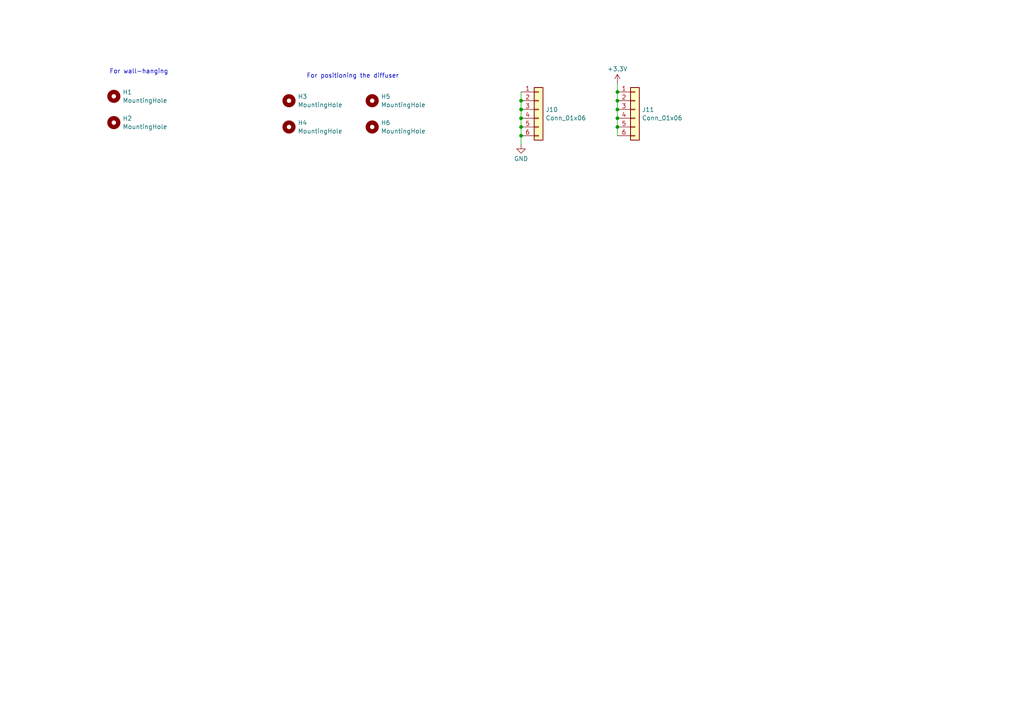
<source format=kicad_sch>
(kicad_sch (version 20230121) (generator eeschema)

  (uuid 51d9e712-9099-4cbf-b7bf-1a073a1a5bb1)

  (paper "A4")

  (lib_symbols
    (symbol "Connector_Generic:Conn_01x06" (pin_names (offset 1.016) hide) (in_bom yes) (on_board yes)
      (property "Reference" "J" (at 0 7.62 0)
        (effects (font (size 1.27 1.27)))
      )
      (property "Value" "Conn_01x06" (at 0 -10.16 0)
        (effects (font (size 1.27 1.27)))
      )
      (property "Footprint" "" (at 0 0 0)
        (effects (font (size 1.27 1.27)) hide)
      )
      (property "Datasheet" "~" (at 0 0 0)
        (effects (font (size 1.27 1.27)) hide)
      )
      (property "ki_keywords" "connector" (at 0 0 0)
        (effects (font (size 1.27 1.27)) hide)
      )
      (property "ki_description" "Generic connector, single row, 01x06, script generated (kicad-library-utils/schlib/autogen/connector/)" (at 0 0 0)
        (effects (font (size 1.27 1.27)) hide)
      )
      (property "ki_fp_filters" "Connector*:*_1x??_*" (at 0 0 0)
        (effects (font (size 1.27 1.27)) hide)
      )
      (symbol "Conn_01x06_1_1"
        (rectangle (start -1.27 -7.493) (end 0 -7.747)
          (stroke (width 0.1524) (type default))
          (fill (type none))
        )
        (rectangle (start -1.27 -4.953) (end 0 -5.207)
          (stroke (width 0.1524) (type default))
          (fill (type none))
        )
        (rectangle (start -1.27 -2.413) (end 0 -2.667)
          (stroke (width 0.1524) (type default))
          (fill (type none))
        )
        (rectangle (start -1.27 0.127) (end 0 -0.127)
          (stroke (width 0.1524) (type default))
          (fill (type none))
        )
        (rectangle (start -1.27 2.667) (end 0 2.413)
          (stroke (width 0.1524) (type default))
          (fill (type none))
        )
        (rectangle (start -1.27 5.207) (end 0 4.953)
          (stroke (width 0.1524) (type default))
          (fill (type none))
        )
        (rectangle (start -1.27 6.35) (end 1.27 -8.89)
          (stroke (width 0.254) (type default))
          (fill (type background))
        )
        (pin passive line (at -5.08 5.08 0) (length 3.81)
          (name "Pin_1" (effects (font (size 1.27 1.27))))
          (number "1" (effects (font (size 1.27 1.27))))
        )
        (pin passive line (at -5.08 2.54 0) (length 3.81)
          (name "Pin_2" (effects (font (size 1.27 1.27))))
          (number "2" (effects (font (size 1.27 1.27))))
        )
        (pin passive line (at -5.08 0 0) (length 3.81)
          (name "Pin_3" (effects (font (size 1.27 1.27))))
          (number "3" (effects (font (size 1.27 1.27))))
        )
        (pin passive line (at -5.08 -2.54 0) (length 3.81)
          (name "Pin_4" (effects (font (size 1.27 1.27))))
          (number "4" (effects (font (size 1.27 1.27))))
        )
        (pin passive line (at -5.08 -5.08 0) (length 3.81)
          (name "Pin_5" (effects (font (size 1.27 1.27))))
          (number "5" (effects (font (size 1.27 1.27))))
        )
        (pin passive line (at -5.08 -7.62 0) (length 3.81)
          (name "Pin_6" (effects (font (size 1.27 1.27))))
          (number "6" (effects (font (size 1.27 1.27))))
        )
      )
    )
    (symbol "Mechanical:MountingHole" (pin_names (offset 1.016)) (in_bom yes) (on_board yes)
      (property "Reference" "H" (at 0 5.08 0)
        (effects (font (size 1.27 1.27)))
      )
      (property "Value" "MountingHole" (at 0 3.175 0)
        (effects (font (size 1.27 1.27)))
      )
      (property "Footprint" "" (at 0 0 0)
        (effects (font (size 1.27 1.27)) hide)
      )
      (property "Datasheet" "~" (at 0 0 0)
        (effects (font (size 1.27 1.27)) hide)
      )
      (property "ki_keywords" "mounting hole" (at 0 0 0)
        (effects (font (size 1.27 1.27)) hide)
      )
      (property "ki_description" "Mounting Hole without connection" (at 0 0 0)
        (effects (font (size 1.27 1.27)) hide)
      )
      (property "ki_fp_filters" "MountingHole*" (at 0 0 0)
        (effects (font (size 1.27 1.27)) hide)
      )
      (symbol "MountingHole_0_1"
        (circle (center 0 0) (radius 1.27)
          (stroke (width 1.27) (type default))
          (fill (type none))
        )
      )
    )
    (symbol "power:+3.3V" (power) (pin_names (offset 0)) (in_bom yes) (on_board yes)
      (property "Reference" "#PWR" (at 0 -3.81 0)
        (effects (font (size 1.27 1.27)) hide)
      )
      (property "Value" "+3.3V" (at 0 3.556 0)
        (effects (font (size 1.27 1.27)))
      )
      (property "Footprint" "" (at 0 0 0)
        (effects (font (size 1.27 1.27)) hide)
      )
      (property "Datasheet" "" (at 0 0 0)
        (effects (font (size 1.27 1.27)) hide)
      )
      (property "ki_keywords" "global power" (at 0 0 0)
        (effects (font (size 1.27 1.27)) hide)
      )
      (property "ki_description" "Power symbol creates a global label with name \"+3.3V\"" (at 0 0 0)
        (effects (font (size 1.27 1.27)) hide)
      )
      (symbol "+3.3V_0_1"
        (polyline
          (pts
            (xy -0.762 1.27)
            (xy 0 2.54)
          )
          (stroke (width 0) (type default))
          (fill (type none))
        )
        (polyline
          (pts
            (xy 0 0)
            (xy 0 2.54)
          )
          (stroke (width 0) (type default))
          (fill (type none))
        )
        (polyline
          (pts
            (xy 0 2.54)
            (xy 0.762 1.27)
          )
          (stroke (width 0) (type default))
          (fill (type none))
        )
      )
      (symbol "+3.3V_1_1"
        (pin power_in line (at 0 0 90) (length 0) hide
          (name "+3.3V" (effects (font (size 1.27 1.27))))
          (number "1" (effects (font (size 1.27 1.27))))
        )
      )
    )
    (symbol "power:GND" (power) (pin_names (offset 0)) (in_bom yes) (on_board yes)
      (property "Reference" "#PWR" (at 0 -6.35 0)
        (effects (font (size 1.27 1.27)) hide)
      )
      (property "Value" "GND" (at 0 -3.81 0)
        (effects (font (size 1.27 1.27)))
      )
      (property "Footprint" "" (at 0 0 0)
        (effects (font (size 1.27 1.27)) hide)
      )
      (property "Datasheet" "" (at 0 0 0)
        (effects (font (size 1.27 1.27)) hide)
      )
      (property "ki_keywords" "global power" (at 0 0 0)
        (effects (font (size 1.27 1.27)) hide)
      )
      (property "ki_description" "Power symbol creates a global label with name \"GND\" , ground" (at 0 0 0)
        (effects (font (size 1.27 1.27)) hide)
      )
      (symbol "GND_0_1"
        (polyline
          (pts
            (xy 0 0)
            (xy 0 -1.27)
            (xy 1.27 -1.27)
            (xy 0 -2.54)
            (xy -1.27 -1.27)
            (xy 0 -1.27)
          )
          (stroke (width 0) (type default))
          (fill (type none))
        )
      )
      (symbol "GND_1_1"
        (pin power_in line (at 0 0 270) (length 0) hide
          (name "GND" (effects (font (size 1.27 1.27))))
          (number "1" (effects (font (size 1.27 1.27))))
        )
      )
    )
  )

  (junction (at 151.13 29.21) (diameter 0) (color 0 0 0 0)
    (uuid 08e661b2-0bdf-4bce-a3ab-467c69dae013)
  )
  (junction (at 179.07 29.21) (diameter 0) (color 0 0 0 0)
    (uuid 45ebb9c9-7ea8-4017-8867-4c49801ee4bb)
  )
  (junction (at 151.13 36.83) (diameter 0) (color 0 0 0 0)
    (uuid 9874b6f6-8dfa-4802-8281-029f6a625953)
  )
  (junction (at 179.07 31.75) (diameter 0) (color 0 0 0 0)
    (uuid 9b9e17ff-1821-4e0b-9ee4-79b574a45e4f)
  )
  (junction (at 151.13 34.29) (diameter 0) (color 0 0 0 0)
    (uuid ab019677-15d0-4594-8252-57f00deb6ed1)
  )
  (junction (at 151.13 31.75) (diameter 0) (color 0 0 0 0)
    (uuid ac12ab41-f78b-4521-a35e-083ea9a263cf)
  )
  (junction (at 179.07 34.29) (diameter 0) (color 0 0 0 0)
    (uuid b06e1dae-ed39-40d8-8395-dc88483b3825)
  )
  (junction (at 179.07 26.67) (diameter 0) (color 0 0 0 0)
    (uuid b616026d-cabe-4c63-9898-1240cd7a9208)
  )
  (junction (at 179.07 36.83) (diameter 0) (color 0 0 0 0)
    (uuid ecb9d626-8e87-41d4-a27b-67361bdbda3c)
  )
  (junction (at 151.13 39.37) (diameter 0) (color 0 0 0 0)
    (uuid feca4cdb-f7be-41cb-8e30-4e8990c54c4f)
  )

  (wire (pts (xy 151.13 26.67) (xy 151.13 29.21))
    (stroke (width 0) (type default))
    (uuid 0be486e3-1f51-47b6-b1a1-6f5d80edc93d)
  )
  (wire (pts (xy 179.07 36.83) (xy 179.07 39.37))
    (stroke (width 0) (type default))
    (uuid 27cf38ca-2545-4536-8038-6e9f8c63ba87)
  )
  (wire (pts (xy 179.07 24.13) (xy 179.07 26.67))
    (stroke (width 0) (type default))
    (uuid 32442a5f-f466-48ab-8322-f030bfed8563)
  )
  (wire (pts (xy 151.13 39.37) (xy 151.13 41.91))
    (stroke (width 0) (type default))
    (uuid 537b9267-8ebd-4590-9b9f-0642f3fe6353)
  )
  (wire (pts (xy 179.07 31.75) (xy 179.07 34.29))
    (stroke (width 0) (type default))
    (uuid 56746171-96d4-41bd-a60f-5232011e3138)
  )
  (wire (pts (xy 151.13 29.21) (xy 151.13 31.75))
    (stroke (width 0) (type default))
    (uuid 5899ae92-fb7e-455c-b3e0-2e23f39bc2d6)
  )
  (wire (pts (xy 151.13 34.29) (xy 151.13 36.83))
    (stroke (width 0) (type default))
    (uuid 7c124da3-6a47-4a62-8062-90e9cbc3e1a2)
  )
  (wire (pts (xy 151.13 36.83) (xy 151.13 39.37))
    (stroke (width 0) (type default))
    (uuid 800b469c-806b-4e36-9b27-1e8235f2c35b)
  )
  (wire (pts (xy 179.07 34.29) (xy 179.07 36.83))
    (stroke (width 0) (type default))
    (uuid 86996ee7-af0a-4bc0-950a-83ca99a1915a)
  )
  (wire (pts (xy 151.13 31.75) (xy 151.13 34.29))
    (stroke (width 0) (type default))
    (uuid cd65a8e6-c248-4fb7-af21-048df44e102e)
  )
  (wire (pts (xy 179.07 29.21) (xy 179.07 31.75))
    (stroke (width 0) (type default))
    (uuid d297308b-f408-4a5b-8166-3e6d88eac4f3)
  )
  (wire (pts (xy 179.07 26.67) (xy 179.07 29.21))
    (stroke (width 0) (type default))
    (uuid e0488709-043e-4631-9dc0-e5c3f3708000)
  )

  (text "For positioning the diffuser\n" (at 88.9 22.86 0)
    (effects (font (size 1.27 1.27)) (justify left bottom))
    (uuid 4f66b593-a7e6-490b-b065-27eaed667f93)
  )
  (text "For wall-hanging" (at 31.75 21.59 0)
    (effects (font (size 1.27 1.27)) (justify left bottom))
    (uuid d0e68155-5362-4616-9d17-4c970482aba0)
  )

  (symbol (lib_id "Mechanical:MountingHole") (at 107.95 29.21 0) (unit 1)
    (in_bom yes) (on_board yes) (dnp no) (fields_autoplaced)
    (uuid 137ca84d-a9c5-47e4-9ebb-927220113208)
    (property "Reference" "H5" (at 110.49 27.9979 0)
      (effects (font (size 1.27 1.27)) (justify left))
    )
    (property "Value" "MountingHole" (at 110.49 30.4221 0)
      (effects (font (size 1.27 1.27)) (justify left))
    )
    (property "Footprint" "MountingHole:MountingHole_2.2mm_M2" (at 107.95 29.21 0)
      (effects (font (size 1.27 1.27)) hide)
    )
    (property "Datasheet" "~" (at 107.95 29.21 0)
      (effects (font (size 1.27 1.27)) hide)
    )
    (instances
      (project "rp2040_audio_spectrum"
        (path "/9ad08cdb-1e36-4d28-af67-b931429b3e7d/b40ec986-0657-4cce-b5ab-4eb71f109820"
          (reference "H5") (unit 1)
        )
      )
    )
  )

  (symbol (lib_id "Mechanical:MountingHole") (at 83.82 36.83 0) (unit 1)
    (in_bom yes) (on_board yes) (dnp no) (fields_autoplaced)
    (uuid 2ce2bf62-01b0-4748-bfd6-accc4751a7a0)
    (property "Reference" "H4" (at 86.36 35.6179 0)
      (effects (font (size 1.27 1.27)) (justify left))
    )
    (property "Value" "MountingHole" (at 86.36 38.0421 0)
      (effects (font (size 1.27 1.27)) (justify left))
    )
    (property "Footprint" "MountingHole:MountingHole_2.2mm_M2" (at 83.82 36.83 0)
      (effects (font (size 1.27 1.27)) hide)
    )
    (property "Datasheet" "~" (at 83.82 36.83 0)
      (effects (font (size 1.27 1.27)) hide)
    )
    (instances
      (project "rp2040_audio_spectrum"
        (path "/9ad08cdb-1e36-4d28-af67-b931429b3e7d/b40ec986-0657-4cce-b5ab-4eb71f109820"
          (reference "H4") (unit 1)
        )
      )
    )
  )

  (symbol (lib_id "Mechanical:MountingHole") (at 33.02 27.94 0) (unit 1)
    (in_bom yes) (on_board yes) (dnp no) (fields_autoplaced)
    (uuid 310deff0-043d-4583-89d3-2d5d6e4ceccd)
    (property "Reference" "H1" (at 35.56 26.7279 0)
      (effects (font (size 1.27 1.27)) (justify left))
    )
    (property "Value" "MountingHole" (at 35.56 29.1521 0)
      (effects (font (size 1.27 1.27)) (justify left))
    )
    (property "Footprint" "MountingHole:MountingHole_3.2mm_M3" (at 33.02 27.94 0)
      (effects (font (size 1.27 1.27)) hide)
    )
    (property "Datasheet" "~" (at 33.02 27.94 0)
      (effects (font (size 1.27 1.27)) hide)
    )
    (instances
      (project "rp2040_audio_spectrum"
        (path "/9ad08cdb-1e36-4d28-af67-b931429b3e7d/b40ec986-0657-4cce-b5ab-4eb71f109820"
          (reference "H1") (unit 1)
        )
      )
    )
  )

  (symbol (lib_id "Connector_Generic:Conn_01x06") (at 156.21 31.75 0) (unit 1)
    (in_bom yes) (on_board yes) (dnp no) (fields_autoplaced)
    (uuid 66b754ba-792c-454c-ad11-1f21d73ef678)
    (property "Reference" "J10" (at 158.242 31.8079 0)
      (effects (font (size 1.27 1.27)) (justify left))
    )
    (property "Value" "Conn_01x06" (at 158.242 34.2321 0)
      (effects (font (size 1.27 1.27)) (justify left))
    )
    (property "Footprint" "Connector_PinHeader_2.54mm:PinHeader_1x06_P2.54mm_Vertical" (at 156.21 31.75 0)
      (effects (font (size 1.27 1.27)) hide)
    )
    (property "Datasheet" "~" (at 156.21 31.75 0)
      (effects (font (size 1.27 1.27)) hide)
    )
    (pin "1" (uuid 47e66a16-c9ba-4915-a2be-902603c640dc))
    (pin "2" (uuid 223cfef8-390c-4487-b4b9-e66e24654283))
    (pin "3" (uuid 68e70e99-d22b-4eca-b723-5122d2145a1c))
    (pin "4" (uuid e13c1dba-d07a-42a9-9bf4-18ef09988ebd))
    (pin "5" (uuid 8bb5e73d-6ad5-4818-bb04-c56efbf36ae5))
    (pin "6" (uuid dc4bc249-2643-4075-a197-c104f487c34f))
    (instances
      (project "rp2040_audio_spectrum"
        (path "/9ad08cdb-1e36-4d28-af67-b931429b3e7d/b40ec986-0657-4cce-b5ab-4eb71f109820"
          (reference "J10") (unit 1)
        )
      )
    )
  )

  (symbol (lib_id "Mechanical:MountingHole") (at 107.95 36.83 0) (unit 1)
    (in_bom yes) (on_board yes) (dnp no) (fields_autoplaced)
    (uuid 75061078-1038-4296-8317-ee74a21968ac)
    (property "Reference" "H6" (at 110.49 35.6179 0)
      (effects (font (size 1.27 1.27)) (justify left))
    )
    (property "Value" "MountingHole" (at 110.49 38.0421 0)
      (effects (font (size 1.27 1.27)) (justify left))
    )
    (property "Footprint" "MountingHole:MountingHole_2.2mm_M2" (at 107.95 36.83 0)
      (effects (font (size 1.27 1.27)) hide)
    )
    (property "Datasheet" "~" (at 107.95 36.83 0)
      (effects (font (size 1.27 1.27)) hide)
    )
    (instances
      (project "rp2040_audio_spectrum"
        (path "/9ad08cdb-1e36-4d28-af67-b931429b3e7d/b40ec986-0657-4cce-b5ab-4eb71f109820"
          (reference "H6") (unit 1)
        )
      )
    )
  )

  (symbol (lib_id "Mechanical:MountingHole") (at 33.02 35.56 0) (unit 1)
    (in_bom yes) (on_board yes) (dnp no) (fields_autoplaced)
    (uuid 79b16501-09b4-4b1c-b4e8-c8cfd7add5b0)
    (property "Reference" "H2" (at 35.56 34.3479 0)
      (effects (font (size 1.27 1.27)) (justify left))
    )
    (property "Value" "MountingHole" (at 35.56 36.7721 0)
      (effects (font (size 1.27 1.27)) (justify left))
    )
    (property "Footprint" "MountingHole:MountingHole_3.2mm_M3" (at 33.02 35.56 0)
      (effects (font (size 1.27 1.27)) hide)
    )
    (property "Datasheet" "~" (at 33.02 35.56 0)
      (effects (font (size 1.27 1.27)) hide)
    )
    (instances
      (project "rp2040_audio_spectrum"
        (path "/9ad08cdb-1e36-4d28-af67-b931429b3e7d/b40ec986-0657-4cce-b5ab-4eb71f109820"
          (reference "H2") (unit 1)
        )
      )
    )
  )

  (symbol (lib_id "power:GND") (at 151.13 41.91 0) (unit 1)
    (in_bom yes) (on_board yes) (dnp no) (fields_autoplaced)
    (uuid 819bf804-9193-4b47-a60f-2e7a2938aac1)
    (property "Reference" "#PWR02122" (at 151.13 48.26 0)
      (effects (font (size 1.27 1.27)) hide)
    )
    (property "Value" "GND" (at 151.13 46.0431 0)
      (effects (font (size 1.27 1.27)))
    )
    (property "Footprint" "" (at 151.13 41.91 0)
      (effects (font (size 1.27 1.27)) hide)
    )
    (property "Datasheet" "" (at 151.13 41.91 0)
      (effects (font (size 1.27 1.27)) hide)
    )
    (pin "1" (uuid 01f26535-bada-4580-ba7f-7a59df61b173))
    (instances
      (project "rp2040_audio_spectrum"
        (path "/9ad08cdb-1e36-4d28-af67-b931429b3e7d/b40ec986-0657-4cce-b5ab-4eb71f109820"
          (reference "#PWR02122") (unit 1)
        )
      )
    )
  )

  (symbol (lib_id "Mechanical:MountingHole") (at 83.82 29.21 0) (unit 1)
    (in_bom yes) (on_board yes) (dnp no) (fields_autoplaced)
    (uuid 842f26cd-1358-462c-803b-8080fa1183bf)
    (property "Reference" "H3" (at 86.36 27.9979 0)
      (effects (font (size 1.27 1.27)) (justify left))
    )
    (property "Value" "MountingHole" (at 86.36 30.4221 0)
      (effects (font (size 1.27 1.27)) (justify left))
    )
    (property "Footprint" "MountingHole:MountingHole_2.2mm_M2" (at 83.82 29.21 0)
      (effects (font (size 1.27 1.27)) hide)
    )
    (property "Datasheet" "~" (at 83.82 29.21 0)
      (effects (font (size 1.27 1.27)) hide)
    )
    (instances
      (project "rp2040_audio_spectrum"
        (path "/9ad08cdb-1e36-4d28-af67-b931429b3e7d/b40ec986-0657-4cce-b5ab-4eb71f109820"
          (reference "H3") (unit 1)
        )
      )
    )
  )

  (symbol (lib_id "power:+3.3V") (at 179.07 24.13 0) (unit 1)
    (in_bom yes) (on_board yes) (dnp no) (fields_autoplaced)
    (uuid ae3513a8-8763-4730-b04d-6c2a4796a686)
    (property "Reference" "#PWR02123" (at 179.07 27.94 0)
      (effects (font (size 1.27 1.27)) hide)
    )
    (property "Value" "+3.3V" (at 179.07 19.9969 0)
      (effects (font (size 1.27 1.27)))
    )
    (property "Footprint" "" (at 179.07 24.13 0)
      (effects (font (size 1.27 1.27)) hide)
    )
    (property "Datasheet" "" (at 179.07 24.13 0)
      (effects (font (size 1.27 1.27)) hide)
    )
    (pin "1" (uuid 837a6e01-cf79-4590-b4f5-646c0782bbbd))
    (instances
      (project "rp2040_audio_spectrum"
        (path "/9ad08cdb-1e36-4d28-af67-b931429b3e7d/b40ec986-0657-4cce-b5ab-4eb71f109820"
          (reference "#PWR02123") (unit 1)
        )
      )
    )
  )

  (symbol (lib_id "Connector_Generic:Conn_01x06") (at 184.15 31.75 0) (unit 1)
    (in_bom yes) (on_board yes) (dnp no) (fields_autoplaced)
    (uuid ff706089-a928-40f6-8e50-4c725e42f3c1)
    (property "Reference" "J11" (at 186.182 31.8079 0)
      (effects (font (size 1.27 1.27)) (justify left))
    )
    (property "Value" "Conn_01x06" (at 186.182 34.2321 0)
      (effects (font (size 1.27 1.27)) (justify left))
    )
    (property "Footprint" "Connector_PinHeader_2.54mm:PinHeader_1x06_P2.54mm_Vertical" (at 184.15 31.75 0)
      (effects (font (size 1.27 1.27)) hide)
    )
    (property "Datasheet" "~" (at 184.15 31.75 0)
      (effects (font (size 1.27 1.27)) hide)
    )
    (pin "1" (uuid 4146172b-f392-47a2-9805-a3b4ce5a2681))
    (pin "2" (uuid 448aece8-7183-4c1c-9f5c-acb0c067fbd8))
    (pin "3" (uuid c1c5c345-d389-4d04-b298-8b9017a110cd))
    (pin "4" (uuid a6be8291-faff-4bcd-9bfc-666544c25485))
    (pin "5" (uuid fa9ec568-6501-43f4-a293-b65634093f92))
    (pin "6" (uuid 857e36dc-07a4-4f30-b8fe-cd6e79d624e0))
    (instances
      (project "rp2040_audio_spectrum"
        (path "/9ad08cdb-1e36-4d28-af67-b931429b3e7d/b40ec986-0657-4cce-b5ab-4eb71f109820"
          (reference "J11") (unit 1)
        )
      )
    )
  )
)

</source>
